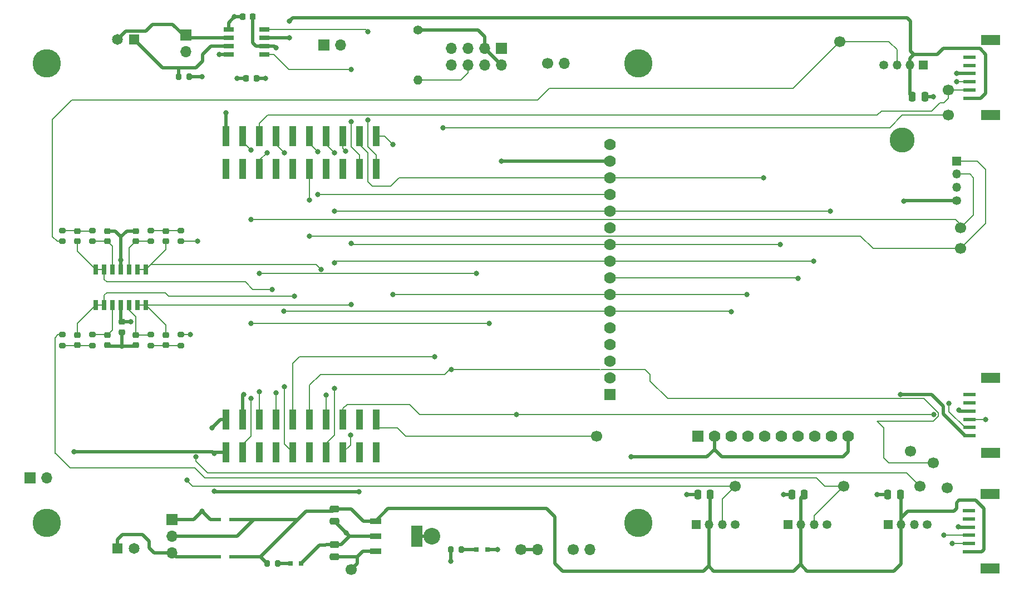
<source format=gtl>
G04 #@! TF.GenerationSoftware,KiCad,Pcbnew,9.0.5*
G04 #@! TF.CreationDate,2025-12-17T13:43:09-06:00*
G04 #@! TF.ProjectId,SensorBoard,53656e73-6f72-4426-9f61-72642e6b6963,v8.0.2*
G04 #@! TF.SameCoordinates,Original*
G04 #@! TF.FileFunction,Copper,L1,Top*
G04 #@! TF.FilePolarity,Positive*
%FSLAX46Y46*%
G04 Gerber Fmt 4.6, Leading zero omitted, Abs format (unit mm)*
G04 Created by KiCad (PCBNEW 9.0.5) date 2025-12-17 13:43:09*
%MOMM*%
%LPD*%
G01*
G04 APERTURE LIST*
G04 Aperture macros list*
%AMRoundRect*
0 Rectangle with rounded corners*
0 $1 Rounding radius*
0 $2 $3 $4 $5 $6 $7 $8 $9 X,Y pos of 4 corners*
0 Add a 4 corners polygon primitive as box body*
4,1,4,$2,$3,$4,$5,$6,$7,$8,$9,$2,$3,0*
0 Add four circle primitives for the rounded corners*
1,1,$1+$1,$2,$3*
1,1,$1+$1,$4,$5*
1,1,$1+$1,$6,$7*
1,1,$1+$1,$8,$9*
0 Add four rect primitives between the rounded corners*
20,1,$1+$1,$2,$3,$4,$5,0*
20,1,$1+$1,$4,$5,$6,$7,0*
20,1,$1+$1,$6,$7,$8,$9,0*
20,1,$1+$1,$8,$9,$2,$3,0*%
G04 Aperture macros list end*
G04 #@! TA.AperFunction,Conductor*
%ADD10C,0.200000*%
G04 #@! TD*
G04 #@! TA.AperFunction,SMDPad,CuDef*
%ADD11RoundRect,0.250000X-0.475000X0.250000X-0.475000X-0.250000X0.475000X-0.250000X0.475000X0.250000X0*%
G04 #@! TD*
G04 #@! TA.AperFunction,SMDPad,CuDef*
%ADD12RoundRect,0.200000X0.275000X-0.200000X0.275000X0.200000X-0.275000X0.200000X-0.275000X-0.200000X0*%
G04 #@! TD*
G04 #@! TA.AperFunction,ComponentPad*
%ADD13C,1.400000*%
G04 #@! TD*
G04 #@! TA.AperFunction,ComponentPad*
%ADD14O,1.400000X1.400000*%
G04 #@! TD*
G04 #@! TA.AperFunction,ComponentPad*
%ADD15R,1.700000X1.700000*%
G04 #@! TD*
G04 #@! TA.AperFunction,ComponentPad*
%ADD16O,1.700000X1.700000*%
G04 #@! TD*
G04 #@! TA.AperFunction,ComponentPad*
%ADD17C,1.700000*%
G04 #@! TD*
G04 #@! TA.AperFunction,SMDPad,CuDef*
%ADD18RoundRect,0.225000X0.225000X0.250000X-0.225000X0.250000X-0.225000X-0.250000X0.225000X-0.250000X0*%
G04 #@! TD*
G04 #@! TA.AperFunction,ComponentPad*
%ADD19R,1.350000X1.350000*%
G04 #@! TD*
G04 #@! TA.AperFunction,ComponentPad*
%ADD20O,1.350000X1.350000*%
G04 #@! TD*
G04 #@! TA.AperFunction,ComponentPad*
%ADD21C,1.350000*%
G04 #@! TD*
G04 #@! TA.AperFunction,SMDPad,CuDef*
%ADD22R,1.900000X0.609600*%
G04 #@! TD*
G04 #@! TA.AperFunction,SMDPad,CuDef*
%ADD23R,2.844800X1.500000*%
G04 #@! TD*
G04 #@! TA.AperFunction,SMDPad,CuDef*
%ADD24RoundRect,0.250000X0.250000X0.475000X-0.250000X0.475000X-0.250000X-0.475000X0.250000X-0.475000X0*%
G04 #@! TD*
G04 #@! TA.AperFunction,SMDPad,CuDef*
%ADD25RoundRect,0.200000X-0.275000X0.200000X-0.275000X-0.200000X0.275000X-0.200000X0.275000X0.200000X0*%
G04 #@! TD*
G04 #@! TA.AperFunction,SMDPad,CuDef*
%ADD26R,1.750000X0.950000*%
G04 #@! TD*
G04 #@! TA.AperFunction,SMDPad,CuDef*
%ADD27R,1.750000X3.200000*%
G04 #@! TD*
G04 #@! TA.AperFunction,SMDPad,CuDef*
%ADD28RoundRect,0.200000X-0.200000X-0.275000X0.200000X-0.275000X0.200000X0.275000X-0.200000X0.275000X0*%
G04 #@! TD*
G04 #@! TA.AperFunction,SMDPad,CuDef*
%ADD29RoundRect,0.250000X-0.250000X-0.475000X0.250000X-0.475000X0.250000X0.475000X-0.250000X0.475000X0*%
G04 #@! TD*
G04 #@! TA.AperFunction,SMDPad,CuDef*
%ADD30RoundRect,0.225000X0.250000X-0.225000X0.250000X0.225000X-0.250000X0.225000X-0.250000X-0.225000X0*%
G04 #@! TD*
G04 #@! TA.AperFunction,SMDPad,CuDef*
%ADD31RoundRect,0.225000X-0.250000X0.225000X-0.250000X-0.225000X0.250000X-0.225000X0.250000X0.225000X0*%
G04 #@! TD*
G04 #@! TA.AperFunction,ComponentPad*
%ADD32R,1.778000X1.778000*%
G04 #@! TD*
G04 #@! TA.AperFunction,ComponentPad*
%ADD33C,1.778000*%
G04 #@! TD*
G04 #@! TA.AperFunction,SMDPad,CuDef*
%ADD34R,1.050000X0.500000*%
G04 #@! TD*
G04 #@! TA.AperFunction,ComponentPad*
%ADD35C,4.318000*%
G04 #@! TD*
G04 #@! TA.AperFunction,SMDPad,CuDef*
%ADD36RoundRect,0.250000X0.475000X-0.250000X0.475000X0.250000X-0.475000X0.250000X-0.475000X-0.250000X0*%
G04 #@! TD*
G04 #@! TA.AperFunction,ComponentPad*
%ADD37R,1.650000X1.650000*%
G04 #@! TD*
G04 #@! TA.AperFunction,ComponentPad*
%ADD38C,1.650000*%
G04 #@! TD*
G04 #@! TA.AperFunction,SMDPad,CuDef*
%ADD39R,1.000000X3.150000*%
G04 #@! TD*
G04 #@! TA.AperFunction,WasherPad*
%ADD40C,3.810000*%
G04 #@! TD*
G04 #@! TA.AperFunction,SMDPad,CuDef*
%ADD41R,1.528000X0.650000*%
G04 #@! TD*
G04 #@! TA.AperFunction,SMDPad,CuDef*
%ADD42R,0.650000X1.525000*%
G04 #@! TD*
G04 #@! TA.AperFunction,SMDPad,CuDef*
%ADD43R,0.800000X0.800000*%
G04 #@! TD*
G04 #@! TA.AperFunction,SMDPad,CuDef*
%ADD44RoundRect,0.225000X-0.225000X-0.250000X0.225000X-0.250000X0.225000X0.250000X-0.225000X0.250000X0*%
G04 #@! TD*
G04 #@! TA.AperFunction,ViaPad*
%ADD45C,0.800000*%
G04 #@! TD*
G04 #@! TA.AperFunction,ViaPad*
%ADD46C,2.540000*%
G04 #@! TD*
G04 #@! TA.AperFunction,Conductor*
%ADD47C,0.150000*%
G04 #@! TD*
G04 #@! TA.AperFunction,Conductor*
%ADD48C,0.500000*%
G04 #@! TD*
G04 APERTURE END LIST*
D10*
X183325000Y-41275000D02*
X183325000Y-38862000D01*
X183325000Y-38862000D02*
X182118000Y-37719000D01*
D11*
X97790000Y-108905000D03*
X97790000Y-110805000D03*
D12*
X74422000Y-68135000D03*
X74422000Y-66485000D03*
D13*
X110490000Y-35941000D03*
D14*
X110490000Y-43561000D03*
D15*
X75184000Y-36700000D03*
D16*
X75184000Y-39240000D03*
D17*
X193040000Y-66040000D03*
D18*
X85865000Y-43307000D03*
X84315000Y-43307000D03*
D19*
X166720000Y-111252000D03*
D20*
X168720000Y-111252000D03*
X170720000Y-111252000D03*
D21*
X172720000Y-111252000D03*
D17*
X191135000Y-48895000D03*
X158750000Y-105410000D03*
D22*
X194284999Y-115414999D03*
X194284999Y-114164999D03*
X194284999Y-112914999D03*
X194284999Y-111664999D03*
X194284999Y-110414999D03*
X194284999Y-109164999D03*
D23*
X197485000Y-117989999D03*
X197485000Y-106589999D03*
D24*
X169225000Y-106680000D03*
X167325000Y-106680000D03*
D25*
X69850000Y-66485000D03*
X69850000Y-68135000D03*
X60960000Y-66485000D03*
X60960000Y-68135000D03*
D17*
X186817000Y-105410000D03*
D26*
X104013000Y-110744000D03*
X104013000Y-113044000D03*
X104013000Y-115344000D03*
D27*
X110313000Y-113044000D03*
D17*
X191135000Y-45085000D03*
X126111000Y-115062000D03*
D16*
X128651000Y-115062000D03*
D25*
X56388000Y-82360000D03*
X56388000Y-84010000D03*
D28*
X87504000Y-117221000D03*
X89154000Y-117221000D03*
D29*
X185679000Y-46101000D03*
X187579000Y-46101000D03*
D17*
X174625000Y-37719000D03*
D30*
X58674000Y-83960000D03*
X58674000Y-82410000D03*
D19*
X187325000Y-41275000D03*
D20*
X185325000Y-41275000D03*
X183325000Y-41275000D03*
D21*
X181325000Y-41275000D03*
D22*
X194339300Y-46305000D03*
X194339300Y-45055000D03*
X194339300Y-43805000D03*
X194339300Y-42555000D03*
X194339300Y-41305000D03*
X194339300Y-40055000D03*
D23*
X197539301Y-48880000D03*
X197539301Y-37480000D03*
D25*
X74422000Y-82360000D03*
X74422000Y-84010000D03*
D31*
X72136000Y-82410000D03*
X72136000Y-83960000D03*
D17*
X188849000Y-101854000D03*
D32*
X153035000Y-97844475D03*
D33*
X155575000Y-97844475D03*
X158115000Y-97844475D03*
X160655000Y-97844475D03*
X163195000Y-97844475D03*
X165735000Y-97844475D03*
X168275000Y-97844475D03*
X170815000Y-97844475D03*
X173355000Y-97844475D03*
X175895000Y-97844475D03*
D34*
X82291000Y-116205000D03*
X80015000Y-116205000D03*
D15*
X96139000Y-38227000D03*
D16*
X98679000Y-38227000D03*
D15*
X123190000Y-38735000D03*
D16*
X120650000Y-38735000D03*
X118110000Y-38735000D03*
X115570000Y-38735000D03*
X115570000Y-41275000D03*
X118110000Y-41275000D03*
X120650000Y-41275000D03*
X123190000Y-41275000D03*
D31*
X67564000Y-82410000D03*
X67564000Y-83960000D03*
X65405000Y-80391000D03*
X65405000Y-81941000D03*
D17*
X137668000Y-97790000D03*
D31*
X63246000Y-82410000D03*
X63246000Y-83960000D03*
D35*
X144000000Y-41000000D03*
X144000000Y-111000000D03*
X54000000Y-41000000D03*
D36*
X97790000Y-116200000D03*
X97790000Y-114300000D03*
D37*
X67310000Y-37338000D03*
D38*
X64770000Y-37338000D03*
D39*
X81280000Y-100300000D03*
X81280000Y-95250000D03*
X83820000Y-100300000D03*
X83820000Y-95250000D03*
X86360000Y-100300000D03*
X86360000Y-95250000D03*
X88900000Y-100300000D03*
X88900000Y-95250000D03*
X91440000Y-100300000D03*
X91440000Y-95250000D03*
X93980000Y-100300000D03*
X93980000Y-95250000D03*
X96520000Y-100300000D03*
X96520000Y-95250000D03*
X99060000Y-100300000D03*
X99060000Y-95250000D03*
X101600000Y-100300000D03*
X101600000Y-95250000D03*
X104140000Y-100300000D03*
X104140000Y-95250000D03*
D17*
X100330000Y-118110000D03*
D40*
X184095526Y-52698250D03*
D32*
X139645526Y-91433250D03*
D33*
X139645526Y-88893250D03*
X139645526Y-86353250D03*
X139645526Y-83813250D03*
X139645526Y-81273250D03*
X139645526Y-78733250D03*
X139645526Y-76193250D03*
X139645526Y-73653250D03*
X139645526Y-71113250D03*
X139645526Y-68573250D03*
X139645526Y-66033250D03*
X139645526Y-63493250D03*
X139645526Y-60953250D03*
X139645526Y-58413250D03*
X139645526Y-55873250D03*
X139645526Y-53333250D03*
D31*
X58674000Y-66535000D03*
X58674000Y-68085000D03*
D30*
X72136000Y-68085000D03*
X72136000Y-66535000D03*
D35*
X54000000Y-111000000D03*
D28*
X74042000Y-43053000D03*
X75692000Y-43053000D03*
D19*
X152750000Y-111252000D03*
D20*
X154750000Y-111252000D03*
X156750000Y-111252000D03*
D21*
X158750000Y-111252000D03*
D37*
X64770000Y-114935000D03*
D38*
X67310000Y-114935000D03*
D19*
X181960000Y-111252000D03*
D20*
X183960000Y-111252000D03*
X185960000Y-111252000D03*
D21*
X187960000Y-111252000D03*
D30*
X67564000Y-68085000D03*
X67564000Y-66535000D03*
D12*
X60960000Y-84010000D03*
X60960000Y-82360000D03*
D41*
X87083000Y-39624000D03*
X87083000Y-38354000D03*
X87083000Y-37084000D03*
X87083000Y-35814000D03*
X81661000Y-35814000D03*
X81661000Y-37084000D03*
X81661000Y-38354000D03*
X81661000Y-39624000D03*
D28*
X115444000Y-115062000D03*
X117094000Y-115062000D03*
D12*
X69850000Y-84010000D03*
X69850000Y-82360000D03*
D17*
X134112000Y-115062000D03*
D16*
X136652000Y-115062000D03*
D12*
X56388000Y-68135000D03*
X56388000Y-66485000D03*
D22*
X194339300Y-97740000D03*
X194339300Y-96490000D03*
X194339300Y-95240000D03*
X194339300Y-93990000D03*
X194339300Y-92740000D03*
X194339300Y-91490000D03*
D23*
X197539301Y-100315000D03*
X197539301Y-88915000D03*
D39*
X81280000Y-57120000D03*
X81280000Y-52070000D03*
X83820000Y-57120000D03*
X83820000Y-52070000D03*
X86360000Y-57120000D03*
X86360000Y-52070000D03*
X88900000Y-57120000D03*
X88900000Y-52070000D03*
X91440000Y-57120000D03*
X91440000Y-52070000D03*
X93980000Y-57120000D03*
X93980000Y-52070000D03*
X96520000Y-57120000D03*
X96520000Y-52070000D03*
X99060000Y-57120000D03*
X99060000Y-52070000D03*
X101600000Y-57120000D03*
X101600000Y-52070000D03*
X104140000Y-57120000D03*
X104140000Y-52070000D03*
D17*
X193040000Y-69215000D03*
X185420000Y-100076000D03*
X175260000Y-105410000D03*
X130170000Y-41000000D03*
D16*
X132710000Y-41000000D03*
D42*
X61468000Y-77814000D03*
X62738000Y-77814000D03*
X64008000Y-77814000D03*
X65278000Y-77814000D03*
X66548000Y-77814000D03*
X67818000Y-77814000D03*
X69088000Y-77814000D03*
X69088000Y-72390000D03*
X67818000Y-72390000D03*
X66548000Y-72390000D03*
X65278000Y-72390000D03*
X64008000Y-72390000D03*
X62738000Y-72390000D03*
X61468000Y-72390000D03*
D15*
X51430000Y-104140000D03*
D16*
X53970000Y-104140000D03*
D30*
X63246000Y-68085000D03*
X63246000Y-66535000D03*
D43*
X92710000Y-117221000D03*
X91060000Y-117221000D03*
D17*
X191008000Y-105664000D03*
D34*
X82291000Y-110490000D03*
X80015000Y-110490000D03*
D24*
X154940000Y-106680000D03*
X153040000Y-106680000D03*
X183830000Y-106680000D03*
X181930000Y-106680000D03*
D44*
X83794000Y-33909000D03*
X85344000Y-33909000D03*
D15*
X73025000Y-110490000D03*
D16*
X73025000Y-113030000D03*
X73025000Y-115570000D03*
D43*
X121030000Y-115062000D03*
X119380000Y-115062000D03*
D19*
X192405000Y-55880000D03*
D20*
X192405000Y-57880000D03*
X192405000Y-59880000D03*
D21*
X192405000Y-61880000D03*
D45*
X87503000Y-54610000D03*
X65278000Y-70993000D03*
X192786000Y-93853000D03*
X82931000Y-43307000D03*
X192659000Y-111633000D03*
X81280000Y-48514000D03*
X151384000Y-106680000D03*
X122555000Y-115062000D03*
X80267000Y-39621000D03*
X88900000Y-38608000D03*
X180340000Y-106680000D03*
X192405000Y-42545000D03*
D46*
X112531000Y-113030000D03*
D45*
X65405000Y-84074000D03*
X166116000Y-106680000D03*
X188849000Y-46101000D03*
X83947000Y-91440000D03*
X99537500Y-112552500D03*
X82550000Y-33909000D03*
X79502000Y-106172000D03*
X79502000Y-100457000D03*
X101473000Y-106299000D03*
X123190000Y-55880000D03*
X66802000Y-80391000D03*
X142870000Y-100965000D03*
X115444000Y-116839000D03*
X58166000Y-100203000D03*
X170688000Y-71120000D03*
X97790000Y-90551000D03*
X97790000Y-71374000D03*
X90170000Y-54610000D03*
X90043000Y-78740000D03*
X158115000Y-78867000D03*
X95250000Y-60960000D03*
X95250000Y-54483000D03*
X168275000Y-73787000D03*
X97790000Y-63500000D03*
X97790000Y-54610000D03*
X173228000Y-63500000D03*
X99441000Y-54356000D03*
X100330000Y-68453000D03*
X165608000Y-68580000D03*
X102870000Y-36195000D03*
X102870000Y-49657000D03*
X90932000Y-37084000D03*
X87249000Y-43307000D03*
X183896000Y-91440000D03*
X90932000Y-34544000D03*
X184404000Y-61976000D03*
X85090000Y-92075000D03*
X121285000Y-80645000D03*
X85090000Y-80645000D03*
X90170000Y-90297000D03*
X91694000Y-76454000D03*
X100203000Y-97663000D03*
X100330000Y-77724000D03*
X191262000Y-92837000D03*
X85090000Y-64770000D03*
X85090000Y-54229000D03*
X163068000Y-58413250D03*
X106680000Y-53340000D03*
X106680000Y-76193250D03*
X160528000Y-76200000D03*
X86360000Y-73025000D03*
X119380000Y-73025000D03*
X86360000Y-91059000D03*
X88900000Y-91186000D03*
X88265000Y-75438000D03*
X114300000Y-50800000D03*
X192415000Y-43805000D03*
X113030000Y-85725000D03*
X190500000Y-112903000D03*
X115570000Y-87630000D03*
X96520000Y-91567000D03*
X95758000Y-72390000D03*
X191770000Y-114173000D03*
X188976000Y-94488000D03*
X125476000Y-94488000D03*
X196850000Y-95250000D03*
X93980000Y-61849000D03*
X93980000Y-67310000D03*
X79121000Y-96520000D03*
X77565000Y-109220000D03*
X100330000Y-49911000D03*
X100330000Y-41910000D03*
X77597000Y-43053000D03*
X75311000Y-104521000D03*
X75819000Y-82296000D03*
X76962000Y-68072000D03*
X76708000Y-100965000D03*
D47*
X86360000Y-55753000D02*
X87503000Y-54610000D01*
X86360000Y-57120000D02*
X86360000Y-55753000D01*
D48*
X65405000Y-81941000D02*
X65405000Y-84074000D01*
X192923000Y-93990000D02*
X192786000Y-93853000D01*
X81280000Y-52070000D02*
X81280000Y-48514000D01*
X80264000Y-39624000D02*
X80267000Y-39621000D01*
X66180000Y-66535000D02*
X67564000Y-66535000D01*
X194284999Y-111664999D02*
X192690999Y-111664999D01*
X67450000Y-84074000D02*
X67564000Y-83960000D01*
X167325000Y-106680000D02*
X166116000Y-106680000D01*
X188976000Y-46228000D02*
X188849000Y-46101000D01*
X85344000Y-37846000D02*
X85344000Y-33909000D01*
X98745000Y-114300000D02*
X100015000Y-113030000D01*
X104013000Y-113044000D02*
X101875000Y-113044000D01*
X194339300Y-42555000D02*
X192415000Y-42555000D01*
X83820000Y-95250000D02*
X83820000Y-91567000D01*
X85852000Y-38354000D02*
X85344000Y-37846000D01*
X63360000Y-84074000D02*
X63246000Y-83960000D01*
X65278000Y-67437000D02*
X66180000Y-66535000D01*
X98745000Y-114300000D02*
X97790000Y-114300000D01*
X121030000Y-115062000D02*
X122555000Y-115062000D01*
X84315000Y-43307000D02*
X82931000Y-43307000D01*
X153040000Y-106680000D02*
X151384000Y-106680000D01*
X64376000Y-66535000D02*
X65278000Y-67437000D01*
X96520000Y-114300000D02*
X97790000Y-114300000D01*
X65405000Y-84074000D02*
X67450000Y-84074000D01*
X87083000Y-38354000D02*
X85852000Y-38354000D01*
X88643000Y-38351000D02*
X88900000Y-38608000D01*
X187579000Y-46101000D02*
X188849000Y-46101000D01*
X96393000Y-114427000D02*
X96520000Y-114300000D01*
X65278000Y-72390000D02*
X65278000Y-70993000D01*
X112517000Y-113044000D02*
X112531000Y-113030000D01*
X81788000Y-39621000D02*
X80267000Y-39621000D01*
X110313000Y-113044000D02*
X112517000Y-113044000D01*
X101875000Y-113044000D02*
X101861000Y-113030000D01*
X63246000Y-66535000D02*
X64376000Y-66535000D01*
X92710000Y-117221000D02*
X95504000Y-114427000D01*
X101861000Y-113030000D02*
X100015000Y-113030000D01*
X65278000Y-70993000D02*
X65278000Y-67437000D01*
X83820000Y-91567000D02*
X83947000Y-91440000D01*
X192690999Y-111664999D02*
X192659000Y-111633000D01*
X99537500Y-112552500D02*
X97790000Y-110805000D01*
X181930000Y-106680000D02*
X180340000Y-106680000D01*
X192415000Y-42555000D02*
X192405000Y-42545000D01*
X65405000Y-84074000D02*
X63360000Y-84074000D01*
X87210000Y-38351000D02*
X88643000Y-38351000D01*
X100015000Y-113030000D02*
X99537500Y-112552500D01*
X194339300Y-93990000D02*
X192923000Y-93990000D01*
X95504000Y-114427000D02*
X96393000Y-114427000D01*
X175895000Y-100203000D02*
X175895000Y-97844475D01*
X156718000Y-100965000D02*
X175133000Y-100965000D01*
X126111000Y-115062000D02*
X128651000Y-115062000D01*
X120650000Y-36957000D02*
X120650000Y-38735000D01*
X66802000Y-80391000D02*
X65405000Y-80391000D01*
X79209000Y-100164000D02*
X58205000Y-100164000D01*
X142870000Y-100965000D02*
X154432000Y-100965000D01*
X155575000Y-99822000D02*
X155575000Y-97844475D01*
X79629000Y-106299000D02*
X79502000Y-106172000D01*
X154432000Y-100965000D02*
X155575000Y-99822000D01*
X155575000Y-99822000D02*
X156718000Y-100965000D01*
X175133000Y-100965000D02*
X175895000Y-100203000D01*
X65278000Y-80264000D02*
X65405000Y-80391000D01*
X115444000Y-115062000D02*
X115444000Y-116839000D01*
X79502000Y-100457000D02*
X79209000Y-100164000D01*
X81661000Y-34798000D02*
X82550000Y-33909000D01*
X81661000Y-35814000D02*
X81661000Y-34798000D01*
X101231000Y-117209000D02*
X101231000Y-116200000D01*
X104013000Y-115344000D02*
X102087000Y-115344000D01*
X123196750Y-55873250D02*
X123190000Y-55880000D01*
X102087000Y-115344000D02*
X101231000Y-116200000D01*
X81280000Y-100300000D02*
X79659000Y-100300000D01*
X115443000Y-116840000D02*
X115444000Y-116839000D01*
X123190000Y-41275000D02*
X120650000Y-38735000D01*
X101473000Y-106299000D02*
X79629000Y-106299000D01*
X139645526Y-55873250D02*
X123196750Y-55873250D01*
X100330000Y-118110000D02*
X101231000Y-117209000D01*
X97790000Y-116200000D02*
X101231000Y-116200000D01*
X79659000Y-100300000D02*
X79502000Y-100457000D01*
X82550000Y-33909000D02*
X83794000Y-33909000D01*
X119634000Y-35941000D02*
X120650000Y-36957000D01*
X58205000Y-100164000D02*
X58166000Y-100203000D01*
X110490000Y-35941000D02*
X119634000Y-35941000D01*
X65278000Y-77814000D02*
X65278000Y-80264000D01*
D47*
X170173250Y-71113250D02*
X139645526Y-71113250D01*
X170688000Y-71120000D02*
X170180000Y-71120000D01*
D10*
X96520000Y-100300000D02*
X96520000Y-98933000D01*
D47*
X170180000Y-71120000D02*
X170173250Y-71113250D01*
D10*
X97790000Y-97663000D02*
X97790000Y-90551000D01*
D47*
X97790000Y-71374000D02*
X98050750Y-71113250D01*
D10*
X96520000Y-98933000D02*
X97790000Y-97663000D01*
D47*
X98050750Y-71113250D02*
X139645526Y-71113250D01*
X157981250Y-78733250D02*
X139645526Y-78733250D01*
X158115000Y-78867000D02*
X157981250Y-78733250D01*
X90303750Y-78733250D02*
X139645526Y-78733250D01*
D10*
X88900000Y-52070000D02*
X88900000Y-53340000D01*
D47*
X90183500Y-78613000D02*
X90303750Y-78733250D01*
D10*
X88900000Y-53340000D02*
X90170000Y-54610000D01*
D47*
X90170000Y-78613000D02*
X90183500Y-78613000D01*
X90043000Y-78740000D02*
X90297000Y-78740000D01*
X90043000Y-78740000D02*
X90170000Y-78613000D01*
X95383750Y-60953250D02*
X139645526Y-60953250D01*
X95377000Y-60960000D02*
X95383750Y-60953250D01*
X168275000Y-73787000D02*
X168141250Y-73653250D01*
X168141250Y-73653250D02*
X139645526Y-73653250D01*
X95250000Y-60960000D02*
X95377000Y-60960000D01*
D10*
X93980000Y-52070000D02*
X93980000Y-53213000D01*
X93980000Y-53213000D02*
X95250000Y-54483000D01*
X96520000Y-53340000D02*
X97790000Y-54610000D01*
D47*
X97790000Y-63500000D02*
X98030500Y-63500000D01*
X98037250Y-63493250D02*
X139645526Y-63493250D01*
X173221250Y-63493250D02*
X139645526Y-63493250D01*
X98030500Y-63500000D02*
X98037250Y-63493250D01*
X173228000Y-63500000D02*
X173221250Y-63493250D01*
D10*
X96520000Y-52070000D02*
X96520000Y-53340000D01*
D47*
X165608000Y-68580000D02*
X165100000Y-68580000D01*
X100450250Y-68573250D02*
X139645526Y-68573250D01*
D10*
X99060000Y-53975000D02*
X99441000Y-54356000D01*
D47*
X165100000Y-68580000D02*
X165093250Y-68573250D01*
X100330000Y-68453000D02*
X100457000Y-68453000D01*
X100330000Y-68453000D02*
X100450250Y-68573250D01*
D10*
X99060000Y-52070000D02*
X99060000Y-53975000D01*
D47*
X165093250Y-68573250D02*
X139645526Y-68573250D01*
X100457000Y-68453000D02*
X100584000Y-68580000D01*
D10*
X104140000Y-54991000D02*
X102870000Y-53721000D01*
X102870000Y-53721000D02*
X102870000Y-49657000D01*
X104140000Y-57120000D02*
X104140000Y-54991000D01*
D47*
X87210000Y-35811000D02*
X102486000Y-35811000D01*
X102486000Y-35811000D02*
X102870000Y-36195000D01*
D48*
X105918000Y-108839000D02*
X130048000Y-108839000D01*
X132461000Y-118364000D02*
X153924000Y-118364000D01*
X102115000Y-110744000D02*
X100276000Y-108905000D01*
X130048000Y-108839000D02*
X131318000Y-110109000D01*
X104013000Y-110744000D02*
X102115000Y-110744000D01*
X196850000Y-45593000D02*
X196088000Y-46355000D01*
X185420000Y-34544000D02*
X184912000Y-34036000D01*
X189484000Y-39624000D02*
X190373000Y-38735000D01*
X97790000Y-108905000D02*
X97475000Y-109220000D01*
X93472000Y-109220000D02*
X92202000Y-110490000D01*
X153924000Y-118364000D02*
X154750000Y-117538000D01*
X91440000Y-34036000D02*
X90932000Y-34544000D01*
X196186999Y-115414999D02*
X194284999Y-115414999D01*
X85865000Y-43307000D02*
X87249000Y-43307000D01*
X167640000Y-118364000D02*
X168720000Y-117284000D01*
X192786000Y-107569000D02*
X195326000Y-107569000D01*
X190373000Y-94418900D02*
X190373000Y-93218000D01*
X154940000Y-106680000D02*
X154940000Y-111062000D01*
X87503000Y-117221000D02*
X86487000Y-116205000D01*
X154750000Y-117538000D02*
X154750000Y-111252000D01*
X155448000Y-118364000D02*
X167640000Y-118364000D01*
X185928000Y-39624000D02*
X189484000Y-39624000D01*
X196038000Y-46305000D02*
X194339300Y-46305000D01*
X82291000Y-110490000D02*
X85471000Y-110490000D01*
X192405000Y-108839000D02*
X192405000Y-107950000D01*
X185325000Y-40227000D02*
X185325000Y-41275000D01*
X90929000Y-37081000D02*
X87210000Y-37081000D01*
X185325000Y-45747000D02*
X185679000Y-46101000D01*
X168720000Y-111252000D02*
X168720000Y-107185000D01*
X168720000Y-107185000D02*
X169225000Y-106680000D01*
X193694100Y-97740000D02*
X190373000Y-94418900D01*
X104013000Y-110744000D02*
X105918000Y-108839000D01*
X182880000Y-118364000D02*
X183960000Y-117284000D01*
X87504000Y-117221000D02*
X87503000Y-117221000D01*
X196850000Y-39624000D02*
X196850000Y-45593000D01*
X183960000Y-111252000D02*
X183960000Y-110236000D01*
X73025000Y-113030000D02*
X82931000Y-113030000D01*
X184500000Y-61880000D02*
X184404000Y-61976000D01*
X185928000Y-39624000D02*
X185420000Y-39116000D01*
X185928000Y-39624000D02*
X185325000Y-40227000D01*
X194339300Y-97740000D02*
X193694100Y-97740000D01*
X196596000Y-115062000D02*
X196215000Y-115443000D01*
X196596000Y-108839000D02*
X196596000Y-115062000D01*
X196215000Y-115443000D02*
X196186999Y-115414999D01*
X190373000Y-93218000D02*
X188595000Y-91440000D01*
X154940000Y-111062000D02*
X154750000Y-111252000D01*
X192405000Y-107950000D02*
X192786000Y-107569000D01*
X183960000Y-117284000D02*
X183960000Y-111252000D01*
X195961000Y-38735000D02*
X196850000Y-39624000D01*
X90932000Y-37084000D02*
X90929000Y-37081000D01*
X168720000Y-117412000D02*
X169672000Y-118364000D01*
X190373000Y-38735000D02*
X195961000Y-38735000D01*
X154750000Y-117538000D02*
X154750000Y-117666000D01*
X188595000Y-91440000D02*
X183896000Y-91440000D01*
X184976000Y-109220000D02*
X192024000Y-109220000D01*
X131318000Y-117221000D02*
X132461000Y-118364000D01*
X185420000Y-39116000D02*
X185420000Y-34544000D01*
X184912000Y-34036000D02*
X91440000Y-34036000D01*
X82931000Y-113030000D02*
X85471000Y-110490000D01*
X183960000Y-110236000D02*
X184976000Y-109220000D01*
X154750000Y-117666000D02*
X155448000Y-118364000D01*
X195326000Y-107569000D02*
X196596000Y-108839000D01*
X168720000Y-117284000D02*
X168720000Y-111252000D01*
X196088000Y-46355000D02*
X196038000Y-46305000D01*
X82291000Y-116205000D02*
X86487000Y-116205000D01*
X192024000Y-109220000D02*
X192405000Y-108839000D01*
X85471000Y-110490000D02*
X92202000Y-110490000D01*
X86487000Y-116205000D02*
X92202000Y-110490000D01*
X169672000Y-118364000D02*
X182880000Y-118364000D01*
X97790000Y-108905000D02*
X100276000Y-108905000D01*
X183960000Y-106810000D02*
X183830000Y-106680000D01*
X168720000Y-117284000D02*
X168720000Y-117412000D01*
X185325000Y-41275000D02*
X185325000Y-45747000D01*
X192405000Y-61880000D02*
X184500000Y-61880000D01*
X97475000Y-109220000D02*
X93472000Y-109220000D01*
X131318000Y-110109000D02*
X131318000Y-117221000D01*
X183960000Y-110236000D02*
X183960000Y-106810000D01*
D47*
X85090000Y-97790000D02*
X85090000Y-92075000D01*
X83820000Y-99060000D02*
X85090000Y-97790000D01*
X121285000Y-80645000D02*
X85090000Y-80645000D01*
D10*
X63119000Y-75946000D02*
X62738000Y-76327000D01*
X58674000Y-80608000D02*
X61468000Y-77814000D01*
X91694000Y-76454000D02*
X72517000Y-76454000D01*
X62738000Y-77814000D02*
X61468000Y-77814000D01*
D47*
X91440000Y-100300000D02*
X90170000Y-99030000D01*
X90170000Y-99030000D02*
X90170000Y-97536000D01*
D10*
X58674000Y-82410000D02*
X58674000Y-80608000D01*
X72009000Y-75946000D02*
X63119000Y-75946000D01*
X72517000Y-76454000D02*
X72009000Y-75946000D01*
X62738000Y-76327000D02*
X62738000Y-77814000D01*
D47*
X90170000Y-97536000D02*
X90170000Y-90297000D01*
D10*
X67818000Y-77814000D02*
X69088000Y-77814000D01*
X72136000Y-80862000D02*
X69088000Y-77814000D01*
X100240000Y-77814000D02*
X100330000Y-77724000D01*
X99060000Y-100300000D02*
X100203000Y-99157000D01*
X100203000Y-99157000D02*
X100203000Y-97663000D01*
X69088000Y-77814000D02*
X100240000Y-77814000D01*
X72136000Y-82410000D02*
X72136000Y-80862000D01*
D47*
X193040000Y-66040000D02*
X194945000Y-64135000D01*
D10*
X191262000Y-94107000D02*
X191262000Y-92837000D01*
X194339300Y-96490000D02*
X193645000Y-96490000D01*
D47*
X194945000Y-58420000D02*
X194405000Y-57880000D01*
D10*
X83820000Y-52070000D02*
X83820000Y-52959000D01*
D47*
X118977750Y-64770000D02*
X192278000Y-64770000D01*
X85090000Y-64770000D02*
X118977750Y-64770000D01*
X193040000Y-65532000D02*
X193040000Y-66040000D01*
D10*
X83820000Y-52959000D02*
X85090000Y-54229000D01*
X193645000Y-96490000D02*
X191262000Y-94107000D01*
D47*
X194945000Y-64135000D02*
X194945000Y-58420000D01*
X194405000Y-57880000D02*
X192405000Y-57880000D01*
X192278000Y-64770000D02*
X193040000Y-65532000D01*
X191135000Y-46355000D02*
X190500000Y-46990000D01*
X188595000Y-48260000D02*
X180975000Y-48260000D01*
X86360000Y-50165000D02*
X86360000Y-53340000D01*
D10*
X191165000Y-45055000D02*
X191135000Y-45085000D01*
D47*
X87630000Y-48895000D02*
X86360000Y-50165000D01*
X191135000Y-45085000D02*
X191135000Y-46355000D01*
X180975000Y-48260000D02*
X180340000Y-48895000D01*
D10*
X194339300Y-45055000D02*
X191165000Y-45055000D01*
D47*
X189865000Y-46990000D02*
X188595000Y-48260000D01*
X190500000Y-46990000D02*
X189865000Y-46990000D01*
X180340000Y-48895000D02*
X87630000Y-48895000D01*
X101600000Y-53340000D02*
X101600000Y-52070000D01*
X106299000Y-59690000D02*
X103505000Y-59690000D01*
X103505000Y-59690000D02*
X102870000Y-59055000D01*
X102870000Y-59055000D02*
X102870000Y-54610000D01*
X102870000Y-54610000D02*
X101600000Y-53340000D01*
X163068000Y-58413250D02*
X139645526Y-58413250D01*
X139645526Y-58413250D02*
X107575750Y-58413250D01*
X107575750Y-58413250D02*
X106299000Y-59690000D01*
D10*
X105410000Y-52070000D02*
X106680000Y-53340000D01*
D47*
X160528000Y-76200000D02*
X160521250Y-76193250D01*
X160521250Y-76193250D02*
X139645526Y-76193250D01*
X106680000Y-76193250D02*
X139645526Y-76193250D01*
D10*
X104140000Y-52070000D02*
X105410000Y-52070000D01*
D47*
X86360000Y-95250000D02*
X86360000Y-91059000D01*
X119380000Y-73025000D02*
X86360000Y-73025000D01*
D10*
X63119000Y-74295000D02*
X62738000Y-73914000D01*
X84201000Y-74295000D02*
X63119000Y-74295000D01*
X85344000Y-75438000D02*
X84201000Y-74295000D01*
X58674000Y-68085000D02*
X58674000Y-69596000D01*
X61468000Y-72390000D02*
X62738000Y-72390000D01*
X58674000Y-69596000D02*
X61468000Y-72390000D01*
X88265000Y-75438000D02*
X85344000Y-75438000D01*
X62738000Y-73914000D02*
X62738000Y-72390000D01*
D47*
X88900000Y-95250000D02*
X88900000Y-91186000D01*
X182245000Y-50800000D02*
X114300000Y-50800000D01*
X91440000Y-86741000D02*
X92456000Y-85725000D01*
X91440000Y-95250000D02*
X91440000Y-86741000D01*
D10*
X194339300Y-43805000D02*
X192415000Y-43805000D01*
D47*
X113030000Y-85725000D02*
X92456000Y-85725000D01*
X184150000Y-48895000D02*
X182245000Y-50800000D01*
D10*
X192405000Y-43815000D02*
X192415000Y-43805000D01*
D47*
X191135000Y-48895000D02*
X184150000Y-48895000D01*
X180340000Y-95504000D02*
X188845298Y-95504000D01*
X148454000Y-92066000D02*
X145796000Y-89408000D01*
X145796000Y-89408000D02*
X145796000Y-88392000D01*
X181356000Y-101092000D02*
X181356000Y-96520000D01*
X145796000Y-88392000D02*
X145034000Y-87630000D01*
D10*
X190511999Y-112914999D02*
X190500000Y-112903000D01*
D47*
X188845298Y-95504000D02*
X189602000Y-94747298D01*
X188849000Y-101854000D02*
X182118000Y-101854000D01*
X189602000Y-94228702D02*
X187439298Y-92066000D01*
X182118000Y-101854000D02*
X181356000Y-101092000D01*
X115570000Y-87376000D02*
X114554000Y-88392000D01*
X189602000Y-94747298D02*
X189602000Y-94228702D01*
X115570000Y-87630000D02*
X138176000Y-87630000D01*
X187439298Y-92066000D02*
X148454000Y-92066000D01*
X114554000Y-88392000D02*
X95631000Y-88392000D01*
X145034000Y-87630000D02*
X138281750Y-87630000D01*
X93980000Y-90043000D02*
X95631000Y-88392000D01*
D10*
X194284999Y-112914999D02*
X190511999Y-112914999D01*
D47*
X181356000Y-96520000D02*
X180340000Y-95504000D01*
X93980000Y-95250000D02*
X93980000Y-90043000D01*
D10*
X72136000Y-68085000D02*
X72136000Y-69342000D01*
D47*
X96520000Y-95250000D02*
X96520000Y-91567000D01*
D10*
X95758000Y-72390000D02*
X94996000Y-71628000D01*
X94996000Y-71628000D02*
X69850000Y-71628000D01*
X67818000Y-72390000D02*
X69088000Y-72390000D01*
X69850000Y-71628000D02*
X69088000Y-72390000D01*
X72136000Y-69342000D02*
X69088000Y-72390000D01*
X194284999Y-114164999D02*
X191778001Y-114164999D01*
D47*
X99060000Y-93599000D02*
X99695000Y-92964000D01*
X109220000Y-92964000D02*
X99695000Y-92964000D01*
X110744000Y-94488000D02*
X109220000Y-92964000D01*
D10*
X191778001Y-114164999D02*
X191770000Y-114173000D01*
D47*
X99060000Y-95250000D02*
X99060000Y-93599000D01*
X188976000Y-94488000D02*
X110744000Y-94488000D01*
X107315000Y-96520000D02*
X104140000Y-96520000D01*
X137668000Y-97790000D02*
X108585000Y-97790000D01*
X108585000Y-97790000D02*
X107315000Y-96520000D01*
D10*
X194339300Y-95240000D02*
X196840000Y-95240000D01*
D47*
X196850000Y-65405000D02*
X196850000Y-57150000D01*
X93980000Y-57120000D02*
X93980000Y-61849000D01*
X177800000Y-67310000D02*
X93980000Y-67310000D01*
X179705000Y-69215000D02*
X177800000Y-67310000D01*
D10*
X196840000Y-95240000D02*
X196850000Y-95250000D01*
D47*
X196850000Y-57150000D02*
X195580000Y-55880000D01*
X193040000Y-69215000D02*
X196850000Y-65405000D01*
X195580000Y-55880000D02*
X192405000Y-55880000D01*
X193040000Y-69215000D02*
X179705000Y-69215000D01*
D48*
X89154000Y-117221000D02*
X91060000Y-117221000D01*
X117094000Y-115062000D02*
X119380000Y-115062000D01*
X69596000Y-113792000D02*
X69596000Y-114808000D01*
X69596000Y-114808000D02*
X70358000Y-115570000D01*
X70358000Y-115570000D02*
X73025000Y-115570000D01*
X64770000Y-114935000D02*
X64770000Y-113538000D01*
X65532000Y-112776000D02*
X68580000Y-112776000D01*
X68580000Y-112776000D02*
X69596000Y-113792000D01*
X80015000Y-116205000D02*
X73660000Y-116205000D01*
X64770000Y-113538000D02*
X65532000Y-112776000D01*
X73660000Y-116205000D02*
X73025000Y-115570000D01*
X80391000Y-95250000D02*
X79121000Y-96520000D01*
X76295000Y-110490000D02*
X77565000Y-109220000D01*
X80015000Y-110490000D02*
X78835000Y-110490000D01*
X77771500Y-109426500D02*
X77565000Y-109220000D01*
X78835000Y-110490000D02*
X77771500Y-109426500D01*
X81280000Y-95250000D02*
X80391000Y-95250000D01*
X73025000Y-110490000D02*
X76295000Y-110490000D01*
D47*
X87210000Y-39621000D02*
X88516000Y-39621000D01*
X90805000Y-41910000D02*
X100330000Y-41910000D01*
X88516000Y-39621000D02*
X90805000Y-41910000D01*
D10*
X101600000Y-54991000D02*
X100330000Y-53721000D01*
X100330000Y-53721000D02*
X100330000Y-49911000D01*
X101600000Y-57120000D02*
X101600000Y-54991000D01*
D48*
X75692000Y-43053000D02*
X77597000Y-43053000D01*
D47*
X118110000Y-42418000D02*
X118110000Y-41275000D01*
X110490000Y-43561000D02*
X116967000Y-43561000D01*
X116967000Y-43561000D02*
X118110000Y-42418000D01*
D48*
X76708000Y-41656000D02*
X73914000Y-41656000D01*
X77724000Y-40640000D02*
X76708000Y-41656000D01*
X81788000Y-38351000D02*
X78997000Y-38351000D01*
X77724000Y-39624000D02*
X77724000Y-40640000D01*
X71628000Y-41656000D02*
X67310000Y-37338000D01*
X74042000Y-43053000D02*
X74042000Y-41784000D01*
X74042000Y-41784000D02*
X73914000Y-41656000D01*
X73914000Y-41656000D02*
X71628000Y-41656000D01*
X78997000Y-38351000D02*
X77724000Y-39624000D01*
X66040000Y-36068000D02*
X64770000Y-37338000D01*
X75184000Y-36700000D02*
X74800000Y-36700000D01*
X69088000Y-36068000D02*
X66040000Y-36068000D01*
X70104000Y-35052000D02*
X69088000Y-36068000D01*
X75565000Y-37081000D02*
X75184000Y-36700000D01*
X81788000Y-37081000D02*
X75565000Y-37081000D01*
X73152000Y-35052000D02*
X70104000Y-35052000D01*
X74800000Y-36700000D02*
X73152000Y-35052000D01*
D10*
X58864000Y-84010000D02*
X60960000Y-84010000D01*
X58624000Y-84010000D02*
X58674000Y-83960000D01*
X56388000Y-84010000D02*
X58624000Y-84010000D01*
X58814000Y-83960000D02*
X58864000Y-84010000D01*
X58674000Y-83960000D02*
X58814000Y-83960000D01*
X64008000Y-81648000D02*
X63246000Y-82410000D01*
X60960000Y-82360000D02*
X63196000Y-82360000D01*
X64008000Y-77814000D02*
X64008000Y-81648000D01*
X63196000Y-82360000D02*
X63246000Y-82410000D01*
X170720000Y-109950000D02*
X175260000Y-105410000D01*
X55372000Y-100457000D02*
X55245000Y-100457000D01*
X55689000Y-82360000D02*
X56388000Y-82360000D01*
X171069000Y-104140000D02*
X78009654Y-104140000D01*
X172339000Y-105410000D02*
X171069000Y-104140000D01*
X170720000Y-111252000D02*
X170720000Y-109950000D01*
X78009654Y-104140000D02*
X76485654Y-102616000D01*
X55245000Y-100457000D02*
X55245000Y-82804000D01*
X76485654Y-102616000D02*
X57531000Y-102616000D01*
X57531000Y-102616000D02*
X55372000Y-100457000D01*
X55245000Y-82804000D02*
X55689000Y-82360000D01*
X175260000Y-105410000D02*
X172339000Y-105410000D01*
X72326000Y-84010000D02*
X74422000Y-84010000D01*
X72136000Y-83960000D02*
X72276000Y-83960000D01*
X72276000Y-83960000D02*
X72326000Y-84010000D01*
X72086000Y-84010000D02*
X72136000Y-83960000D01*
X69850000Y-84010000D02*
X72086000Y-84010000D01*
X67564000Y-79629000D02*
X67564000Y-82410000D01*
X69800000Y-82410000D02*
X69850000Y-82360000D01*
X67564000Y-82410000D02*
X69800000Y-82410000D01*
X66548000Y-78613000D02*
X67564000Y-79629000D01*
X66548000Y-77814000D02*
X66548000Y-78613000D01*
X74486000Y-82296000D02*
X74422000Y-82360000D01*
X158750000Y-105410000D02*
X158242000Y-104902000D01*
X156750000Y-107410000D02*
X158750000Y-105410000D01*
X76200000Y-105410000D02*
X75184000Y-104394000D01*
X156750000Y-111252000D02*
X156750000Y-107410000D01*
X158750000Y-105410000D02*
X76200000Y-105410000D01*
X75819000Y-82296000D02*
X74486000Y-82296000D01*
X58674000Y-66535000D02*
X60910000Y-66535000D01*
X60910000Y-66535000D02*
X60960000Y-66485000D01*
X56388000Y-66485000D02*
X58624000Y-66485000D01*
X58624000Y-66485000D02*
X58674000Y-66535000D01*
X63196000Y-68135000D02*
X63246000Y-68085000D01*
X60960000Y-68135000D02*
X63196000Y-68135000D01*
X64008000Y-68847000D02*
X63246000Y-68085000D01*
X64008000Y-72390000D02*
X64008000Y-68847000D01*
X72276000Y-66535000D02*
X72326000Y-66485000D01*
X72086000Y-66485000D02*
X72136000Y-66535000D01*
X69850000Y-66485000D02*
X72086000Y-66485000D01*
X72136000Y-66535000D02*
X72276000Y-66535000D01*
X72326000Y-66485000D02*
X74422000Y-66485000D01*
X67728000Y-68135000D02*
X69850000Y-68135000D01*
X67564000Y-68085000D02*
X67678000Y-68085000D01*
X66548000Y-72390000D02*
X66548000Y-69101000D01*
X66548000Y-69101000D02*
X67564000Y-68085000D01*
X67678000Y-68085000D02*
X67728000Y-68135000D01*
X78486000Y-103378000D02*
X76708000Y-101600000D01*
X186817000Y-105410000D02*
X184785000Y-103378000D01*
X76708000Y-101600000D02*
X76708000Y-100965000D01*
X184785000Y-103378000D02*
X78486000Y-103378000D01*
X76962000Y-68072000D02*
X76899000Y-68135000D01*
X76899000Y-68135000D02*
X74422000Y-68135000D01*
X130429000Y-44831000D02*
X167513000Y-44831000D01*
X174625000Y-37719000D02*
X182118000Y-37719000D01*
X57785000Y-46609000D02*
X128651000Y-46609000D01*
X167513000Y-44831000D02*
X174625000Y-37719000D01*
X54864000Y-67437000D02*
X54864000Y-49530000D01*
X54864000Y-49530000D02*
X57785000Y-46609000D01*
X56388000Y-68135000D02*
X55562000Y-68135000D01*
X128651000Y-46609000D02*
X130429000Y-44831000D01*
X55562000Y-68135000D02*
X54864000Y-67437000D01*
M02*

</source>
